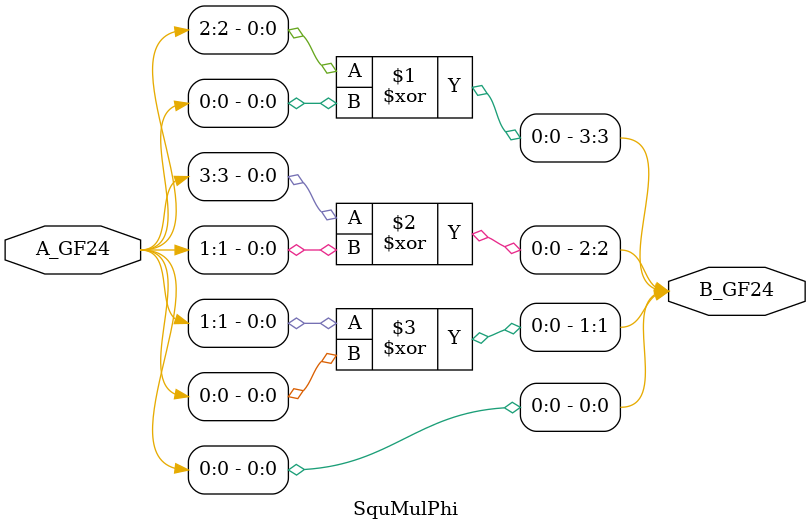
<source format=v>
`timescale 1ns / 1ps
module SquMulPhi(
    input [3:0] A_GF24,
    output wire [3:0] B_GF24
    );

	assign  B_GF24[3] =   A_GF24[2] ^ A_GF24[0];
	assign  B_GF24[2] =   A_GF24[3] ^ A_GF24[1];
	assign  B_GF24[1] =   A_GF24[1] ^ A_GF24[0];	
	assign  B_GF24[0] =   A_GF24[0];		



endmodule

</source>
